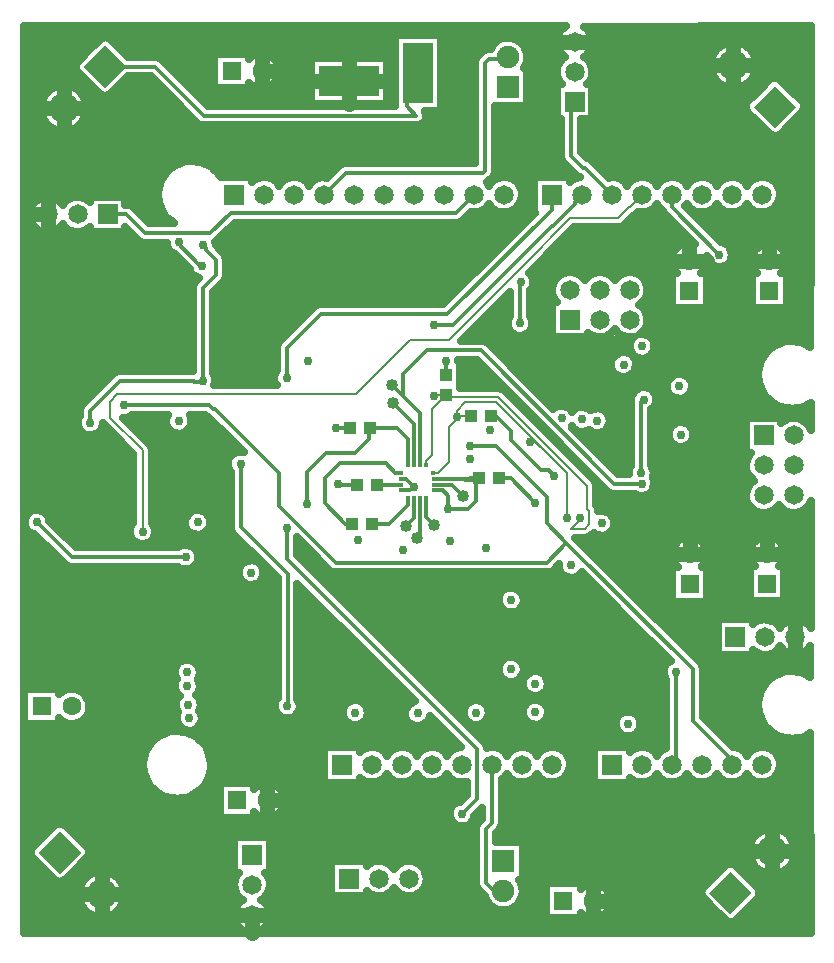
<source format=gbr>
G04 DipTrace 2.2.0.9*
%INBottomAF.gbr*%
%MOIN*%
%ADD14C,0.013*%
%ADD15C,0.0118*%
%ADD16C,0.03*%
%ADD17C,0.008*%
%ADD18C,0.04*%
%ADD19C,0.05*%
%ADD20C,0.1*%
%ADD21C,0.025*%
%ADD22R,0.0433X0.0394*%
%ADD23R,0.0394X0.0433*%
%ADD25R,0.063X0.063*%
%ADD26C,0.063*%
%ADD28R,0.065X0.065*%
%ADD29C,0.065*%
%ADD32R,0.1X0.2*%
%ADD34R,0.2X0.1*%
%ADD36R,0.075X0.075*%
%ADD37C,0.075*%
%ADD54R,0.0177X0.0118*%
%ADD55R,0.0118X0.0177*%
%FSLAX44Y44*%
%SFA1B1*%
%OFA0B0*%
G04*
G70*
G90*
G75*
G01*
%LNBottom*%
%LPD*%
X17988Y19480D2*
D15*
X18141D1*
D14*
X19196D1*
Y19493D1*
X19489D1*
X17144Y19930D2*
D15*
Y20083D1*
D14*
Y20797D1*
X16787Y21155D1*
X15875D1*
X17988Y19086D2*
D15*
X18141D1*
D14*
X18295D1*
X18473Y18908D1*
Y18479D1*
X18468Y18474D1*
X19908Y21579D2*
X20055D1*
X20555Y21079D1*
Y20781D1*
X21582Y19754D1*
X21823D1*
X21999Y19578D1*
X18396Y22937D2*
Y23411D1*
X18403Y23418D1*
X18468Y18474D2*
X19135D1*
X19388Y18728D1*
Y19432D1*
X19037D1*
X19077Y19472D1*
X19510D1*
X19489Y19493D1*
X13755Y18649D2*
Y19689D1*
X14396Y20329D1*
X15383D1*
X15850Y20796D1*
Y21130D1*
X15875Y21155D1*
X6549Y21340D2*
Y21739D1*
X7533Y22724D1*
X10016D1*
Y22706D1*
X10255D1*
X10296Y22748D1*
Y25831D1*
X10727Y26262D1*
Y26785D1*
X10402Y27110D1*
Y27162D1*
X10300Y27263D1*
X15433Y19272D2*
X14813D1*
X14795Y19290D1*
X15206Y21155D2*
X14748D1*
X14740Y21163D1*
X20159Y19493D2*
X20568D1*
X21377Y18685D1*
X9728Y16867D2*
X5927D1*
X4771Y18024D1*
X19940Y9940D2*
Y8010D1*
X19736Y7806D1*
Y5993D1*
X19941Y5788D1*
X20265D1*
X20321Y5732D1*
X20466Y33535D2*
Y33476D1*
X19829D1*
X19699Y33346D1*
Y29727D1*
X19653Y29682D1*
X15082D1*
X14340Y28940D1*
X16891Y19480D2*
D15*
X17045D1*
D14*
X17057D1*
X17328Y19208D1*
X16891Y19086D2*
D15*
X17045D1*
D14*
X17206D1*
X17328Y19208D1*
X21940Y28940D2*
Y28451D1*
X18453Y24964D1*
X14228D1*
X13111Y23847D1*
Y23353D1*
X13097Y23339D1*
Y22849D1*
X13094Y22845D1*
Y17838D2*
Y16796D1*
X19430Y10460D1*
Y8792D1*
X18940Y8302D1*
X19199Y20565D2*
X19209Y20575D1*
X20067D1*
X21768Y18874D1*
Y17991D1*
X22419Y17340D1*
X26634Y13125D1*
Y11396D1*
X28089Y9940D1*
X27940D1*
X7683Y21920D2*
X10515D1*
X10631Y21805D1*
X10699D1*
X12838Y19665D1*
Y18573D1*
X14727Y16684D1*
X21763D1*
X22419Y17340D1*
X8288Y17708D2*
D17*
Y20426D1*
X7206Y21508D1*
Y22044D1*
X7450Y22288D1*
X15402D1*
X17210Y24096D1*
X18499D1*
X20964Y26561D1*
Y26581D1*
X22544Y28162D1*
X24135D1*
X24525Y28552D1*
Y28525D1*
X24940Y28940D1*
X26084Y13038D2*
D14*
Y10084D1*
X25940Y9940D1*
X17538Y19930D2*
D15*
Y20083D1*
D14*
Y21672D1*
X16979Y22231D1*
X16620Y22590D1*
X16979Y22231D2*
Y22977D1*
X17755Y23754D1*
X19558D1*
X24001Y19311D1*
X24925D1*
X25940Y28940D2*
Y28523D1*
X27520Y26943D1*
X23940Y28940D2*
Y28946D1*
X23047Y29839D1*
X22964D1*
X22579Y30225D1*
Y31931D1*
X22692Y32043D1*
X18008Y24592D2*
X18647D1*
X21945Y27890D1*
X21967D1*
X22711Y28634D1*
Y28711D1*
X22940Y28940D1*
X11555Y19966D2*
Y17884D1*
X13122Y16317D1*
Y11917D1*
X13109Y11904D1*
X7124Y28287D2*
X7746D1*
X8369Y27664D1*
X10554D1*
X11227Y28337D1*
X18737D1*
X19340Y28940D1*
X17984Y19676D2*
D17*
X18143D1*
X18491Y20024D1*
Y21194D1*
X18876Y21579D1*
X19239D1*
X18815D1*
X18775Y21540D1*
X22447Y18163D2*
Y19662D1*
X21546Y20562D1*
X20079Y22030D1*
X19046D1*
X18767Y21750D1*
Y21540D1*
X18775D1*
X21193Y20704D2*
X21384D1*
X21546Y20542D1*
Y20562D1*
X17735Y19930D2*
Y20059D1*
X17931Y20255D1*
Y21802D1*
X18396Y22267D1*
X18033D1*
X18010Y22244D1*
X22860Y18159D2*
Y18107D1*
X22566Y17814D1*
X23033D1*
X23174Y17954D1*
Y18409D1*
X23103Y18479D1*
Y19238D1*
X20137Y22205D1*
X18459D1*
X18396Y22267D1*
X7046Y33217D2*
D14*
X8699D1*
X10334Y31582D1*
X17412D1*
X17100Y31894D1*
Y32614D1*
X17482Y32996D1*
X17735Y18833D2*
D15*
Y18679D1*
D14*
Y18195D1*
X18000Y17930D1*
X24915Y19676D2*
Y22040D1*
X24992Y22118D1*
X15272Y17980D2*
X15054D1*
X14369Y18665D1*
Y19505D1*
X14861Y19997D1*
X16396D1*
D15*
X16716Y19676D1*
X16891D1*
Y19283D2*
X16737D1*
D14*
X16112D1*
X16102Y19272D1*
X17988Y19283D2*
D15*
X18141D1*
D14*
X18595D1*
X18966Y18911D1*
X17538Y18833D2*
D15*
Y18679D1*
D14*
Y17582D1*
X17451Y17495D1*
X17341Y18833D2*
D15*
Y18679D1*
D14*
Y18185D1*
X17069Y17913D1*
X17341Y19930D2*
D15*
Y20083D1*
D14*
Y21300D1*
X16638Y22003D1*
X17144Y18833D2*
D15*
Y18679D1*
D14*
Y18602D1*
X16512Y17970D1*
X15951D1*
X15941Y17980D1*
X20871Y24653D2*
Y26012D1*
X20892Y26033D1*
X9501Y27357D2*
X9434D1*
X10205Y26585D1*
X10257D1*
D16*
X17460Y11652D3*
X15383Y11680D3*
X16973Y17092D3*
X21999Y19578D3*
X19408Y11682D3*
X21387Y11696D3*
X9813Y11951D3*
X22447Y18163D3*
X22860Y18159D3*
X9841Y11498D3*
X22937Y21454D3*
X24938Y23893D3*
X20578Y13122D3*
Y15435D3*
X22581Y16591D3*
X15483Y17445D3*
X18540Y17390D3*
X18403Y23418D3*
X17328Y19208D3*
X18468Y18474D3*
X18775Y21540D3*
X18010Y22244D3*
X19199Y20565D3*
X19219Y20141D3*
X21193Y20704D3*
X7683Y21920D3*
X10129Y18024D3*
X14795Y19290D3*
X8288Y17708D3*
X11903Y16344D3*
X14740Y21163D3*
X21377Y18685D3*
X13793Y23408D3*
X13755Y18649D3*
X11555Y19966D3*
X18008Y24592D3*
X9784Y12574D3*
Y13029D3*
X13094Y22845D3*
Y17838D3*
X18940Y8302D3*
X19752Y17170D3*
X23442Y21411D3*
X22258Y21494D3*
X24323Y23284D3*
X4771Y18024D3*
X19880Y21087D3*
X9728Y16867D3*
X24472Y11305D3*
X7925Y9683D3*
X9501Y27357D3*
X10257Y26585D3*
X10300Y27263D3*
X21385Y12645D3*
X10296Y22748D3*
X20754Y7631D3*
X24456Y7704D3*
X27059Y20936D3*
X9492Y21398D3*
X6549Y21340D3*
X24925Y19311D3*
X20892Y26033D3*
X26084Y13038D3*
X24915Y19676D3*
X24992Y22118D3*
X23591Y17990D3*
X27520Y26943D3*
X13109Y11904D3*
X20871Y24653D3*
X26187Y22557D3*
X26234Y20945D3*
X27022Y22622D3*
X23504Y32823D3*
X23496Y31260D3*
X10364Y30850D3*
X13262Y29937D3*
X4350Y34306D2*
D21*
X22138D1*
X23246D2*
X30529D1*
X4350Y34058D2*
X6779D1*
X7313D2*
X16693D1*
X18270D2*
X20071D1*
X20860D2*
X22075D1*
X23305D2*
X30529D1*
X4350Y33809D2*
X6532D1*
X7559D2*
X16693D1*
X18270D2*
X19864D1*
X21071D2*
X22126D1*
X23258D2*
X27423D1*
X28539D2*
X30529D1*
X4350Y33560D2*
X6282D1*
X7809D2*
X10654D1*
X12590D2*
X16693D1*
X18270D2*
X19423D1*
X21129D2*
X22329D1*
X23055D2*
X27251D1*
X28711D2*
X30529D1*
X4350Y33312D2*
X6068D1*
X9094D2*
X10654D1*
X12809D2*
X13880D1*
X16457D2*
X16693D1*
X18270D2*
X19345D1*
X21090D2*
X22142D1*
X23243D2*
X27193D1*
X28770D2*
X30529D1*
X4350Y33063D2*
X6099D1*
X9344D2*
X10654D1*
X12864D2*
X13880D1*
X16457D2*
X16693D1*
X18270D2*
X19345D1*
X21133D2*
X22075D1*
X23305D2*
X27216D1*
X28743D2*
X30529D1*
X4350Y32814D2*
X6341D1*
X7750D2*
X8611D1*
X9594D2*
X10654D1*
X12805D2*
X13880D1*
X16457D2*
X16693D1*
X18270D2*
X19345D1*
X21133D2*
X22122D1*
X23262D2*
X27333D1*
X28625D2*
X29220D1*
X29516D2*
X30529D1*
X4350Y32565D2*
X5427D1*
X5887D2*
X6591D1*
X7500D2*
X8861D1*
X9840D2*
X10654D1*
X12575D2*
X13880D1*
X16457D2*
X16693D1*
X18270D2*
X19345D1*
X21133D2*
X22075D1*
X23305D2*
X27638D1*
X28321D2*
X28954D1*
X29782D2*
X30529D1*
X4350Y32317D2*
X5044D1*
X6270D2*
X6841D1*
X7250D2*
X9107D1*
X10090D2*
X13880D1*
X16457D2*
X16693D1*
X18270D2*
X19345D1*
X21133D2*
X22075D1*
X23305D2*
X28708D1*
X30032D2*
X30529D1*
X4350Y32068D2*
X4907D1*
X6407D2*
X9357D1*
X10340D2*
X13880D1*
X16457D2*
X16693D1*
X18270D2*
X19345D1*
X21133D2*
X22075D1*
X23305D2*
X28458D1*
X30282D2*
X30529D1*
X4350Y31819D2*
X4868D1*
X6446D2*
X9607D1*
X18270D2*
X19345D1*
X20055D2*
X22075D1*
X23305D2*
X28376D1*
X30360D2*
X30531D1*
X4350Y31571D2*
X4911D1*
X6403D2*
X9853D1*
X17766D2*
X19345D1*
X20055D2*
X22075D1*
X23305D2*
X28564D1*
X30172D2*
X30529D1*
X4350Y31322D2*
X5060D1*
X6254D2*
X10107D1*
X17641D2*
X19345D1*
X20055D2*
X22224D1*
X22934D2*
X28814D1*
X29926D2*
X30529D1*
X4350Y31073D2*
X5509D1*
X5805D2*
X19345D1*
X20055D2*
X22224D1*
X22934D2*
X29064D1*
X29676D2*
X30529D1*
X4350Y30825D2*
X19345D1*
X20055D2*
X22224D1*
X22934D2*
X30529D1*
X4350Y30576D2*
X19345D1*
X20055D2*
X22224D1*
X22934D2*
X30529D1*
X4350Y30327D2*
X19345D1*
X20055D2*
X22224D1*
X22969D2*
X30529D1*
X4350Y30079D2*
X19345D1*
X20055D2*
X22259D1*
X23297D2*
X30529D1*
X4350Y29830D2*
X9224D1*
X10657D2*
X14739D1*
X20055D2*
X22482D1*
X23547D2*
X30529D1*
X4350Y29581D2*
X8989D1*
X10891D2*
X14489D1*
X20020D2*
X22736D1*
X23797D2*
X30529D1*
X4350Y29333D2*
X8861D1*
X20805D2*
X21325D1*
X29407D2*
X30529D1*
X4350Y29084D2*
X8798D1*
X20938D2*
X21325D1*
X29536D2*
X30529D1*
X4350Y28835D2*
X4880D1*
X5368D2*
X5880D1*
X6368D2*
X6510D1*
X7739D2*
X8794D1*
X20946D2*
X21325D1*
X29547D2*
X30529D1*
X4350Y28586D2*
X4591D1*
X7911D2*
X8845D1*
X20836D2*
X21325D1*
X29438D2*
X30529D1*
X4350Y28338D2*
X4513D1*
X8188D2*
X8962D1*
X19231D2*
X21337D1*
X24793D2*
X25642D1*
X26618D2*
X30529D1*
X4350Y28089D2*
X4544D1*
X8434D2*
X9177D1*
X18981D2*
X21087D1*
X24520D2*
X25884D1*
X26864D2*
X30529D1*
X4350Y27840D2*
X4712D1*
X5536D2*
X5712D1*
X11223D2*
X20837D1*
X22680D2*
X26130D1*
X27114D2*
X30529D1*
X4350Y27592D2*
X7950D1*
X10973D2*
X20591D1*
X22430D2*
X26380D1*
X27364D2*
X30529D1*
X4350Y27343D2*
X8267D1*
X10731D2*
X20341D1*
X22180D2*
X26630D1*
X27657D2*
X30529D1*
X4350Y27094D2*
X9154D1*
X10907D2*
X20091D1*
X21934D2*
X26021D1*
X27930D2*
X28696D1*
X29664D2*
X30529D1*
X4350Y26846D2*
X9454D1*
X11075D2*
X19845D1*
X21684D2*
X25915D1*
X27950D2*
X28587D1*
X29774D2*
X30529D1*
X4350Y26597D2*
X9700D1*
X11082D2*
X19595D1*
X21434D2*
X25927D1*
X27094D2*
X27267D1*
X27774D2*
X28595D1*
X29766D2*
X30529D1*
X4350Y26348D2*
X9892D1*
X11082D2*
X19345D1*
X21207D2*
X22364D1*
X22696D2*
X23364D1*
X23696D2*
X24364D1*
X24696D2*
X26064D1*
X26954D2*
X28728D1*
X29633D2*
X30529D1*
X4350Y26100D2*
X10071D1*
X11039D2*
X19099D1*
X21325D2*
X22013D1*
X25047D2*
X25904D1*
X27114D2*
X28575D1*
X29786D2*
X30529D1*
X4350Y25851D2*
X9943D1*
X10809D2*
X18849D1*
X21289D2*
X21919D1*
X25141D2*
X25904D1*
X27114D2*
X28575D1*
X29786D2*
X30529D1*
X4350Y25602D2*
X9943D1*
X10653D2*
X18599D1*
X21227D2*
X21943D1*
X25121D2*
X25904D1*
X27114D2*
X28575D1*
X29786D2*
X30529D1*
X4350Y25354D2*
X9943D1*
X10653D2*
X18353D1*
X20211D2*
X20517D1*
X21227D2*
X21915D1*
X24969D2*
X25904D1*
X27114D2*
X28575D1*
X29786D2*
X30529D1*
X4350Y25105D2*
X9943D1*
X10653D2*
X13876D1*
X19965D2*
X20517D1*
X21227D2*
X21915D1*
X25047D2*
X30529D1*
X4350Y24856D2*
X9943D1*
X10653D2*
X13630D1*
X19715D2*
X20486D1*
X21258D2*
X21915D1*
X25141D2*
X30529D1*
X4350Y24607D2*
X9943D1*
X10653D2*
X13380D1*
X19465D2*
X20435D1*
X21309D2*
X21915D1*
X25121D2*
X30529D1*
X4350Y24359D2*
X9943D1*
X10653D2*
X13130D1*
X19219D2*
X20552D1*
X21188D2*
X21915D1*
X24973D2*
X30529D1*
X4350Y24110D2*
X9943D1*
X10653D2*
X12884D1*
X18969D2*
X24560D1*
X25317D2*
X30529D1*
X4350Y23861D2*
X9943D1*
X10653D2*
X12755D1*
X19942D2*
X24501D1*
X25375D2*
X29267D1*
X4350Y23613D2*
X9943D1*
X10653D2*
X12755D1*
X20192D2*
X24044D1*
X25270D2*
X29013D1*
X4350Y23364D2*
X9943D1*
X10653D2*
X12743D1*
X18883D2*
X19458D1*
X20438D2*
X23892D1*
X24754D2*
X28872D1*
X4350Y23115D2*
X9943D1*
X10653D2*
X12743D1*
X18883D2*
X19704D1*
X20688D2*
X23919D1*
X24727D2*
X28802D1*
X4350Y22867D2*
X7185D1*
X10719D2*
X12654D1*
X18883D2*
X19954D1*
X20938D2*
X25888D1*
X26489D2*
X28790D1*
X4350Y22618D2*
X6935D1*
X10715D2*
X12724D1*
X18883D2*
X20204D1*
X21184D2*
X25751D1*
X26621D2*
X28837D1*
X4350Y22369D2*
X6689D1*
X21434D2*
X24638D1*
X25348D2*
X25794D1*
X26582D2*
X28943D1*
X4350Y22121D2*
X6439D1*
X21684D2*
X24552D1*
X25430D2*
X29142D1*
X4350Y21872D2*
X6220D1*
X21930D2*
X22064D1*
X22454D2*
X24560D1*
X25352D2*
X29560D1*
X30321D2*
X30529D1*
X4350Y21623D2*
X6193D1*
X23825D2*
X24560D1*
X25270D2*
X30529D1*
X4350Y21375D2*
X6111D1*
X7797D2*
X9052D1*
X9930D2*
X10638D1*
X23879D2*
X24560D1*
X25270D2*
X28380D1*
X30395D2*
X30528D1*
X4350Y21126D2*
X6169D1*
X6930D2*
X7130D1*
X8043D2*
X9154D1*
X9829D2*
X10888D1*
X23770D2*
X24560D1*
X25270D2*
X25837D1*
X26633D2*
X28380D1*
X4350Y20877D2*
X7380D1*
X8293D2*
X11134D1*
X22926D2*
X24560D1*
X25270D2*
X25798D1*
X26668D2*
X28380D1*
X4350Y20628D2*
X7630D1*
X8539D2*
X11384D1*
X23176D2*
X24560D1*
X25270D2*
X25943D1*
X26528D2*
X28380D1*
X4350Y20380D2*
X7876D1*
X8618D2*
X11501D1*
X23422D2*
X24560D1*
X25270D2*
X28380D1*
X4350Y20131D2*
X7958D1*
X8618D2*
X11150D1*
X23672D2*
X24560D1*
X25270D2*
X28419D1*
X4350Y19882D2*
X7958D1*
X8618D2*
X11122D1*
X23922D2*
X24529D1*
X25297D2*
X28380D1*
X4350Y19634D2*
X7958D1*
X8618D2*
X11200D1*
X25352D2*
X28454D1*
X4350Y19385D2*
X7958D1*
X8618D2*
X11200D1*
X25360D2*
X28607D1*
X4350Y19136D2*
X7958D1*
X8618D2*
X11200D1*
X23434D2*
X23685D1*
X25325D2*
X28423D1*
X4350Y18888D2*
X7958D1*
X8618D2*
X11200D1*
X23434D2*
X28380D1*
X4350Y18639D2*
X7958D1*
X8618D2*
X11200D1*
X23434D2*
X28450D1*
X4350Y18390D2*
X4552D1*
X4989D2*
X7958D1*
X8618D2*
X9907D1*
X10348D2*
X11200D1*
X23727D2*
X28712D1*
X29278D2*
X29712D1*
X30278D2*
X30529D1*
X5192Y18142D2*
X7958D1*
X8618D2*
X9708D1*
X10551D2*
X11200D1*
X24004D2*
X30529D1*
X5395Y17893D2*
X7892D1*
X8684D2*
X9712D1*
X10547D2*
X11200D1*
X24020D2*
X30529D1*
X4350Y17644D2*
X4579D1*
X5641D2*
X7853D1*
X8723D2*
X9939D1*
X10321D2*
X11302D1*
X23844D2*
X30529D1*
X4350Y17396D2*
X4907D1*
X5891D2*
X7989D1*
X8586D2*
X11552D1*
X22856D2*
X26114D1*
X26930D2*
X28681D1*
X29524D2*
X30529D1*
X4350Y17147D2*
X5157D1*
X10059D2*
X11802D1*
X13450D2*
X13775D1*
X23102D2*
X25946D1*
X27094D2*
X28525D1*
X29680D2*
X30529D1*
X4350Y16898D2*
X5404D1*
X10168D2*
X12048D1*
X13485D2*
X14021D1*
X23352D2*
X25919D1*
X27121D2*
X28505D1*
X29704D2*
X30529D1*
X4350Y16649D2*
X5654D1*
X10106D2*
X11599D1*
X13731D2*
X14271D1*
X23602D2*
X26009D1*
X27036D2*
X28595D1*
X29610D2*
X30529D1*
X4350Y16401D2*
X11466D1*
X12340D2*
X12548D1*
X13981D2*
X14532D1*
X21957D2*
X22189D1*
X23848D2*
X25915D1*
X27125D2*
X28497D1*
X29707D2*
X30529D1*
X4350Y16152D2*
X11509D1*
X12297D2*
X12767D1*
X14231D2*
X23114D1*
X24098D2*
X25915D1*
X27125D2*
X28497D1*
X29707D2*
X30529D1*
X4350Y15903D2*
X12767D1*
X14477D2*
X23364D1*
X24348D2*
X25915D1*
X27125D2*
X28497D1*
X29707D2*
X30529D1*
X4350Y15655D2*
X12767D1*
X13477D2*
X13743D1*
X14727D2*
X20200D1*
X20954D2*
X23611D1*
X24594D2*
X25915D1*
X27125D2*
X28497D1*
X29707D2*
X30529D1*
X4350Y15406D2*
X12767D1*
X13477D2*
X13993D1*
X14977D2*
X20138D1*
X21016D2*
X23861D1*
X24844D2*
X25915D1*
X27125D2*
X28497D1*
X29707D2*
X30529D1*
X4350Y15157D2*
X12767D1*
X13477D2*
X14243D1*
X15223D2*
X20243D1*
X20911D2*
X24111D1*
X25094D2*
X30529D1*
X4350Y14909D2*
X12767D1*
X13477D2*
X14489D1*
X15473D2*
X24357D1*
X25340D2*
X30529D1*
X4350Y14660D2*
X12767D1*
X13477D2*
X14739D1*
X15723D2*
X24607D1*
X25590D2*
X27435D1*
X29446D2*
X29657D1*
X4350Y14411D2*
X12767D1*
X13477D2*
X14989D1*
X15969D2*
X24857D1*
X25840D2*
X27435D1*
X4350Y14163D2*
X12767D1*
X13477D2*
X15236D1*
X16219D2*
X25103D1*
X26086D2*
X27435D1*
X4350Y13914D2*
X12767D1*
X13477D2*
X15486D1*
X16469D2*
X25353D1*
X26336D2*
X27435D1*
X4350Y13665D2*
X12767D1*
X13477D2*
X15736D1*
X16715D2*
X25603D1*
X26586D2*
X27435D1*
X29325D2*
X29779D1*
X30325D2*
X30529D1*
X4350Y13417D2*
X9611D1*
X9957D2*
X12767D1*
X13477D2*
X15982D1*
X16965D2*
X20263D1*
X20895D2*
X25849D1*
X26832D2*
X30529D1*
X4350Y13168D2*
X9368D1*
X10200D2*
X12767D1*
X13477D2*
X16232D1*
X17215D2*
X20142D1*
X21016D2*
X25665D1*
X26985D2*
X30529D1*
X4350Y12919D2*
X9361D1*
X10207D2*
X12767D1*
X13477D2*
X16482D1*
X17461D2*
X20193D1*
X21723D2*
X25661D1*
X26989D2*
X29361D1*
X4350Y12670D2*
X9357D1*
X10211D2*
X12767D1*
X13477D2*
X16728D1*
X17711D2*
X20946D1*
X21825D2*
X25728D1*
X26989D2*
X29060D1*
X5536Y12422D2*
X5677D1*
X6188D2*
X9372D1*
X10196D2*
X12767D1*
X13477D2*
X16978D1*
X17961D2*
X21009D1*
X21758D2*
X25728D1*
X26989D2*
X28896D1*
X6461Y12173D2*
X9439D1*
X10188D2*
X12767D1*
X13477D2*
X17228D1*
X18207D2*
X25728D1*
X26989D2*
X28814D1*
X6536Y11924D2*
X9372D1*
X10250D2*
X12669D1*
X13547D2*
X15021D1*
X15743D2*
X17122D1*
X18457D2*
X19048D1*
X19770D2*
X21017D1*
X21758D2*
X25728D1*
X26989D2*
X28790D1*
X6496Y11676D2*
X9443D1*
X10243D2*
X12739D1*
X13481D2*
X14943D1*
X15821D2*
X17021D1*
X18707D2*
X18970D1*
X19848D2*
X20946D1*
X21825D2*
X24259D1*
X24684D2*
X25728D1*
X26989D2*
X28821D1*
X6305Y11427D2*
X9407D1*
X10274D2*
X15029D1*
X15735D2*
X17087D1*
X17832D2*
X17974D1*
X19762D2*
X21048D1*
X21727D2*
X24052D1*
X24895D2*
X25728D1*
X27094D2*
X28911D1*
X4350Y11178D2*
X9552D1*
X10129D2*
X18220D1*
X19204D2*
X24052D1*
X24891D2*
X25728D1*
X27344D2*
X29087D1*
X4350Y10930D2*
X8876D1*
X10004D2*
X18470D1*
X19454D2*
X24271D1*
X24672D2*
X25728D1*
X27590D2*
X29419D1*
X4350Y10681D2*
X8568D1*
X10313D2*
X18716D1*
X19700D2*
X25728D1*
X27840D2*
X30529D1*
X4350Y10432D2*
X8404D1*
X10477D2*
X14325D1*
X16289D2*
X16591D1*
X17289D2*
X17591D1*
X18289D2*
X18591D1*
X20289D2*
X20591D1*
X21289D2*
X21591D1*
X22289D2*
X23325D1*
X25289D2*
X25591D1*
X28289D2*
X28591D1*
X29289D2*
X30529D1*
X4350Y10184D2*
X8314D1*
X10563D2*
X14325D1*
X22500D2*
X23325D1*
X29500D2*
X30529D1*
X4350Y9935D2*
X8290D1*
X10590D2*
X14325D1*
X22555D2*
X23325D1*
X29555D2*
X30529D1*
X4350Y9686D2*
X8318D1*
X10563D2*
X14325D1*
X22496D2*
X23325D1*
X29496D2*
X30529D1*
X4350Y9438D2*
X8407D1*
X10473D2*
X14325D1*
X16274D2*
X16607D1*
X17274D2*
X17607D1*
X18274D2*
X18607D1*
X20293D2*
X20607D1*
X21274D2*
X21607D1*
X22274D2*
X23325D1*
X25274D2*
X25607D1*
X26274D2*
X26607D1*
X27274D2*
X27607D1*
X28274D2*
X28607D1*
X29274D2*
X30529D1*
X4350Y9189D2*
X8575D1*
X10305D2*
X10833D1*
X12844D2*
X19075D1*
X20293D2*
X30529D1*
X4350Y8940D2*
X8896D1*
X9985D2*
X10833D1*
X13012D2*
X19075D1*
X20293D2*
X30529D1*
X4350Y8691D2*
X10833D1*
X13039D2*
X18771D1*
X20293D2*
X30529D1*
X4350Y8443D2*
X10833D1*
X12954D2*
X18525D1*
X20293D2*
X30529D1*
X4350Y8194D2*
X10833D1*
X12043D2*
X12259D1*
X12621D2*
X18517D1*
X19368D2*
X19583D1*
X20293D2*
X30529D1*
X4350Y7945D2*
X5368D1*
X5700D2*
X18704D1*
X19176D2*
X19411D1*
X20289D2*
X30529D1*
X4350Y7697D2*
X5111D1*
X5957D2*
X19380D1*
X20118D2*
X28821D1*
X29723D2*
X30529D1*
X4350Y7448D2*
X4864D1*
X6207D2*
X11325D1*
X12555D2*
X19380D1*
X20090D2*
X28587D1*
X29957D2*
X30529D1*
X4350Y7199D2*
X4614D1*
X6457D2*
X11325D1*
X12555D2*
X19380D1*
X20985D2*
X28493D1*
X30051D2*
X30529D1*
X4350Y6951D2*
X4544D1*
X6524D2*
X11325D1*
X12555D2*
X19380D1*
X20985D2*
X28489D1*
X30055D2*
X30529D1*
X4350Y6702D2*
X4739D1*
X6329D2*
X11325D1*
X12555D2*
X14552D1*
X15782D2*
X15935D1*
X16395D2*
X16935D1*
X17395D2*
X19380D1*
X20985D2*
X28571D1*
X29973D2*
X30529D1*
X4350Y6453D2*
X4989D1*
X6082D2*
X11325D1*
X12555D2*
X14552D1*
X17696D2*
X19380D1*
X20985D2*
X27556D1*
X28211D2*
X28782D1*
X29762D2*
X30529D1*
X4350Y6205D2*
X5239D1*
X5832D2*
X6400D1*
X7450D2*
X11388D1*
X12493D2*
X14552D1*
X17778D2*
X19380D1*
X20985D2*
X27310D1*
X28457D2*
X30529D1*
X4350Y5956D2*
X6208D1*
X7637D2*
X11325D1*
X12555D2*
X14552D1*
X17746D2*
X19384D1*
X20946D2*
X21704D1*
X22914D2*
X23087D1*
X23532D2*
X27060D1*
X28707D2*
X30529D1*
X4350Y5707D2*
X6138D1*
X7711D2*
X11372D1*
X12508D2*
X14552D1*
X16582D2*
X16747D1*
X17582D2*
X19529D1*
X20985D2*
X21704D1*
X23832D2*
X26888D1*
X28879D2*
X30529D1*
X4350Y5459D2*
X6154D1*
X7696D2*
X11575D1*
X12305D2*
X19716D1*
X20922D2*
X21704D1*
X23911D2*
X26989D1*
X28774D2*
X30529D1*
X4350Y5210D2*
X6255D1*
X7590D2*
X11392D1*
X12489D2*
X19927D1*
X20715D2*
X21704D1*
X23879D2*
X27239D1*
X28528D2*
X30529D1*
X4350Y4961D2*
X6521D1*
X7329D2*
X11325D1*
X12555D2*
X21704D1*
X23700D2*
X27489D1*
X28278D2*
X30529D1*
X4350Y4712D2*
X11372D1*
X12508D2*
X27782D1*
X27985D2*
X30529D1*
X4350Y4464D2*
X11568D1*
X12313D2*
X30529D1*
X21854Y5991D2*
X22889D1*
Y5808D1*
X22954Y5869D1*
X23060Y5935D1*
X23178Y5976D1*
X23301Y5991D1*
X23426Y5979D1*
X23544Y5941D1*
X23652Y5879D1*
X23745Y5795D1*
X23816Y5693D1*
X23865Y5578D1*
X23888Y5455D1*
X23885Y5336D1*
X23855Y5215D1*
X23801Y5103D1*
X23723Y5005D1*
X23627Y4926D1*
X23516Y4869D1*
X23395Y4838D1*
X23270Y4833D1*
X23148Y4854D1*
X23032Y4902D1*
X22930Y4973D1*
X22890Y5011D1*
X22889Y4831D1*
X21729D1*
Y5991D1*
X21854D1*
X10983Y9332D2*
X12018D1*
Y9149D1*
X12083Y9211D1*
X12189Y9276D1*
X12306Y9317D1*
X12430Y9332D1*
X12555Y9321D1*
X12673Y9283D1*
X12781Y9220D1*
X12873Y9136D1*
X12945Y9034D1*
X12994Y8919D1*
X13017Y8796D1*
X13013Y8678D1*
X12984Y8556D1*
X12930Y8444D1*
X12852Y8346D1*
X12756Y8267D1*
X12645Y8210D1*
X12524Y8179D1*
X12399Y8174D1*
X12276Y8196D1*
X12161Y8243D1*
X12059Y8314D1*
X12019Y8352D1*
X12018Y8173D1*
X10858D1*
Y9332D1*
X10983D1*
X28725Y26319D2*
X28784D1*
X28716Y26392D1*
X28652Y26500D1*
X28613Y26618D1*
X28600Y26742D1*
X28614Y26866D1*
X28655Y26984D1*
X28719Y27091D1*
X28805Y27181D1*
X28908Y27251D1*
X29024Y27298D1*
X29147Y27318D1*
X29272Y27312D1*
X29392Y27279D1*
X29503Y27221D1*
X29598Y27141D1*
X29675Y27042D1*
X29728Y26930D1*
X29756Y26808D1*
X29758Y26689D1*
X29734Y26567D1*
X29684Y26452D1*
X29611Y26351D1*
X29580Y26319D1*
X29760D1*
Y25159D1*
X28600D1*
Y26319D1*
X28725D1*
X10805Y33647D2*
X11840D1*
Y33463D1*
X11904Y33525D1*
X12010Y33591D1*
X12128Y33632D1*
X12252Y33647D1*
X12376Y33635D1*
X12495Y33597D1*
X12603Y33535D1*
X12695Y33451D1*
X12767Y33349D1*
X12815Y33234D1*
X12838Y33111D1*
X12835Y32992D1*
X12805Y32871D1*
X12751Y32759D1*
X12674Y32661D1*
X12577Y32582D1*
X12466Y32525D1*
X12345Y32493D1*
X12221Y32488D1*
X12098Y32510D1*
X11982Y32558D1*
X11880Y32629D1*
X11840Y32667D1*
Y32487D1*
X10680D1*
Y33647D1*
X10805D1*
X4477Y12470D2*
X5512D1*
Y12286D1*
X5596Y12363D1*
X5705Y12424D1*
X5824Y12460D1*
X5949Y12470D1*
X6072Y12453D1*
X6189Y12410D1*
X6295Y12343D1*
X6383Y12255D1*
X6450Y12150D1*
X6494Y12033D1*
X6512Y11890D1*
X6498Y11766D1*
X6459Y11648D1*
X6395Y11541D1*
X6309Y11450D1*
X6206Y11379D1*
X6091Y11332D1*
X5968Y11311D1*
X5843Y11317D1*
X5723Y11349D1*
X5612Y11406D1*
X5513Y11489D1*
X5512Y11310D1*
X4352D1*
Y12470D1*
X4477D1*
X28649Y16552D2*
X28707D1*
X28639Y16625D1*
X28576Y16732D1*
X28536Y16851D1*
X28524Y16975D1*
X28538Y17099D1*
X28578Y17217D1*
X28643Y17324D1*
X28728Y17414D1*
X28832Y17484D1*
X28948Y17531D1*
X29071Y17551D1*
X29195Y17545D1*
X29316Y17512D1*
X29426Y17454D1*
X29522Y17374D1*
X29598Y17275D1*
X29651Y17163D1*
X29680Y17041D1*
X29681Y16922D1*
X29657Y16800D1*
X29608Y16685D1*
X29535Y16584D1*
X29504Y16552D1*
X29684D1*
Y15392D1*
X28524D1*
Y16552D1*
X28649D1*
X26055Y26328D2*
X26114D1*
X26045Y26401D1*
X25982Y26508D1*
X25943Y26627D1*
X25930Y26751D1*
X25944Y26875D1*
X25984Y26993D1*
X26049Y27100D1*
X26135Y27190D1*
X26238Y27260D1*
X26354Y27306D1*
X26477Y27327D1*
X26602Y27321D1*
X26701Y27295D1*
X25707Y28289D1*
X25636Y28396D1*
X25648Y28371D1*
X25453Y28607D1*
X25440Y28631D1*
X25415Y28590D1*
X25331Y28498D1*
X25229Y28426D1*
X25114Y28376D1*
X24992Y28352D1*
X24867Y28355D1*
X24802Y28370D1*
X24689Y28268D1*
X24652Y28248D1*
X24351Y27946D1*
X24243Y27878D1*
X24135Y27857D1*
X22670D1*
X21230Y26411D1*
X21171Y26337D1*
X21244Y26254D1*
X21293Y26140D1*
X21307Y26033D1*
X21288Y25910D1*
X21234Y25798D1*
X21199Y25761D1*
X21201Y24906D1*
X21272Y24759D1*
X21286Y24653D1*
X21267Y24530D1*
X21213Y24417D1*
X21127Y24327D1*
X21019Y24265D1*
X20897Y24239D1*
X20773Y24249D1*
X20658Y24296D1*
X20562Y24375D1*
X20494Y24479D1*
X20459Y24599D1*
X20462Y24724D1*
X20501Y24842D1*
X20540Y24895D1*
X20541Y25703D1*
X18917Y24083D1*
X19558Y24084D1*
X19681Y24060D1*
X19792Y23987D1*
X21977Y21802D1*
X22061Y21859D1*
X22178Y21901D1*
X22302Y21906D1*
X22423Y21874D1*
X22528Y21808D1*
X22611Y21711D1*
X22641Y21744D1*
X22740Y21819D1*
X22857Y21861D1*
X22982Y21867D1*
X23102Y21835D1*
X23215Y21760D1*
X23362Y21818D1*
X23486Y21824D1*
X23607Y21792D1*
X23712Y21726D1*
X23794Y21631D1*
X23843Y21517D1*
X23857Y21411D1*
X23838Y21288D1*
X23784Y21176D1*
X23699Y21085D1*
X23591Y21023D1*
X23469Y20997D1*
X23345Y21007D1*
X23230Y21054D1*
X23166Y21106D1*
X23086Y21067D1*
X22964Y21040D1*
X22840Y21051D1*
X22725Y21098D1*
X22629Y21177D1*
X22588Y21239D1*
X22620Y21159D1*
X24137Y19642D1*
X24497Y19641D1*
X24506Y19746D1*
X24545Y19865D1*
X24584Y19918D1*
X24585Y22037D1*
X24583Y22188D1*
X24622Y22307D1*
X24695Y22408D1*
X24794Y22483D1*
X24912Y22525D1*
X25036Y22530D1*
X25157Y22498D1*
X25262Y22432D1*
X25343Y22338D1*
X25393Y22224D1*
X25407Y22118D1*
X25388Y21994D1*
X25334Y21882D1*
X25245Y21790D1*
Y19927D1*
X25316Y19782D1*
X25330Y19676D1*
X25311Y19552D1*
X25289Y19507D1*
X25326Y19417D1*
X25340Y19311D1*
X25321Y19188D1*
X25267Y19076D1*
X25182Y18985D1*
X25073Y18923D1*
X24952Y18897D1*
X24828Y18908D1*
X24712Y18955D1*
X24679Y18982D1*
X24001Y18981D1*
X23879Y19004D1*
X23768Y19078D1*
X19423Y23422D1*
X18820Y23424D1*
X18817Y23414D1*
X18858Y23418D1*
Y22508D1*
X20137Y22510D1*
X20262Y22482D1*
X20353Y22420D1*
X23319Y19454D1*
X23388Y19346D1*
X23408Y19238D1*
X23410Y18602D1*
X23467Y18491D1*
X23479Y18390D1*
X23636Y18403D1*
X23756Y18371D1*
X23862Y18305D1*
X23943Y18211D1*
X23992Y18097D1*
X24006Y17990D1*
X23988Y17867D1*
X23933Y17755D1*
X23848Y17664D1*
X23740Y17603D1*
X23618Y17576D1*
X23494Y17587D1*
X23379Y17634D1*
X23328Y17676D1*
X23249Y17598D1*
X23141Y17529D1*
X23033Y17509D1*
X22717D1*
X26867Y13358D1*
X26937Y13255D1*
X26964Y13125D1*
Y11535D1*
X27969Y10527D1*
X28034Y10522D1*
X28155Y10490D1*
X28265Y10432D1*
X28362Y10353D1*
X28441Y10251D1*
X28478Y10307D1*
X28566Y10396D1*
X28670Y10465D1*
X28786Y10510D1*
X28910Y10529D1*
X29034Y10522D1*
X29155Y10490D1*
X29265Y10432D1*
X29362Y10353D1*
X29439Y10255D1*
X29494Y10143D1*
X29524Y10022D1*
X29530Y9940D1*
X29517Y9816D1*
X29478Y9697D1*
X29415Y9590D1*
X29331Y9498D1*
X29229Y9426D1*
X29114Y9376D1*
X28992Y9352D1*
X28867Y9355D1*
X28745Y9383D1*
X28633Y9436D1*
X28534Y9512D1*
X28440Y9631D1*
X28415Y9590D1*
X28331Y9498D1*
X28229Y9426D1*
X28114Y9376D1*
X27992Y9352D1*
X27867Y9355D1*
X27745Y9383D1*
X27633Y9436D1*
X27534Y9512D1*
X27440Y9631D1*
X27415Y9590D1*
X27331Y9498D1*
X27229Y9426D1*
X27114Y9376D1*
X26992Y9352D1*
X26867Y9355D1*
X26745Y9383D1*
X26633Y9436D1*
X26534Y9512D1*
X26440Y9631D1*
X26415Y9590D1*
X26331Y9498D1*
X26229Y9426D1*
X26114Y9376D1*
X25992Y9352D1*
X25867Y9355D1*
X25745Y9383D1*
X25633Y9436D1*
X25534Y9512D1*
X25440Y9631D1*
X25415Y9590D1*
X25331Y9498D1*
X25229Y9426D1*
X25114Y9376D1*
X24992Y9352D1*
X24867Y9355D1*
X24745Y9383D1*
X24633Y9436D1*
X24531Y9515D1*
X24530Y9350D1*
X23350D1*
Y10530D1*
X24530D1*
Y10362D1*
X24566Y10396D1*
X24670Y10465D1*
X24786Y10510D1*
X24910Y10529D1*
X25034Y10522D1*
X25155Y10490D1*
X25265Y10432D1*
X25362Y10353D1*
X25441Y10251D1*
X25478Y10307D1*
X25566Y10396D1*
X25670Y10465D1*
X25754Y10497D1*
Y12783D1*
X25707Y12865D1*
X25672Y12984D1*
X25675Y13109D1*
X25714Y13227D1*
X25787Y13328D1*
X25890Y13404D1*
X24809Y14482D1*
X22928Y16363D1*
X22838Y16265D1*
X22729Y16203D1*
X22608Y16177D1*
X22484Y16187D1*
X22368Y16234D1*
X22272Y16313D1*
X22204Y16418D1*
X22169Y16537D1*
X22171Y16627D1*
X21996Y16451D1*
X21893Y16381D1*
X21763Y16354D1*
X14727D1*
X14605Y16377D1*
X14494Y16451D1*
X13425Y17519D1*
X13424Y16936D1*
X15626Y14732D1*
X19663Y10694D1*
X19734Y10587D1*
X19786Y10510D1*
X19910Y10529D1*
X20034Y10522D1*
X20155Y10490D1*
X20265Y10432D1*
X20362Y10353D1*
X20441Y10251D1*
X20478Y10307D1*
X20566Y10396D1*
X20670Y10465D1*
X20786Y10510D1*
X20910Y10529D1*
X21034Y10522D1*
X21155Y10490D1*
X21265Y10432D1*
X21362Y10353D1*
X21441Y10251D1*
X21478Y10307D1*
X21566Y10396D1*
X21670Y10465D1*
X21786Y10510D1*
X21910Y10529D1*
X22034Y10522D1*
X22155Y10490D1*
X22265Y10432D1*
X22362Y10353D1*
X22439Y10255D1*
X22494Y10143D1*
X22524Y10022D1*
X22530Y9940D1*
X22517Y9816D1*
X22478Y9697D1*
X22415Y9590D1*
X22331Y9498D1*
X22229Y9426D1*
X22114Y9376D1*
X21992Y9352D1*
X21867Y9355D1*
X21745Y9383D1*
X21633Y9436D1*
X21534Y9512D1*
X21440Y9631D1*
X21415Y9590D1*
X21331Y9498D1*
X21229Y9426D1*
X21114Y9376D1*
X20992Y9352D1*
X20867Y9355D1*
X20745Y9383D1*
X20633Y9436D1*
X20534Y9512D1*
X20440Y9631D1*
X20415Y9590D1*
X20331Y9498D1*
X20270Y9455D1*
Y8010D1*
X20247Y7888D1*
X20173Y7777D1*
X20066Y7669D1*
Y7372D1*
X20961D1*
Y6092D1*
X20847D1*
X20904Y5995D1*
X20944Y5877D1*
X20961Y5732D1*
X20948Y5608D1*
X20912Y5488D1*
X20854Y5378D1*
X20775Y5281D1*
X20679Y5202D1*
X20569Y5142D1*
X20450Y5105D1*
X20326Y5092D1*
X20202Y5103D1*
X20082Y5138D1*
X19971Y5196D1*
X19874Y5274D1*
X19793Y5369D1*
X19733Y5478D1*
X19708Y5556D1*
X19502Y5760D1*
X19432Y5862D1*
X19406Y5993D1*
Y7806D1*
X19429Y7928D1*
X19502Y8039D1*
X19610Y8147D1*
Y8506D1*
X19351Y8246D1*
X19337Y8179D1*
X19282Y8067D1*
X19197Y7976D1*
X19089Y7914D1*
X18967Y7888D1*
X18843Y7899D1*
X18728Y7946D1*
X18632Y8025D1*
X18563Y8129D1*
X18529Y8248D1*
X18532Y8373D1*
X18571Y8491D1*
X18644Y8592D1*
X18743Y8667D1*
X18880Y8710D1*
X19102Y8930D1*
X19100Y9374D1*
X18992Y9352D1*
X18867Y9355D1*
X18745Y9383D1*
X18633Y9436D1*
X18534Y9512D1*
X18440Y9631D1*
X18415Y9590D1*
X18331Y9498D1*
X18229Y9426D1*
X18114Y9376D1*
X17992Y9352D1*
X17867Y9355D1*
X17745Y9383D1*
X17633Y9436D1*
X17534Y9512D1*
X17440Y9631D1*
X17415Y9590D1*
X17331Y9498D1*
X17229Y9426D1*
X17114Y9376D1*
X16992Y9352D1*
X16867Y9355D1*
X16745Y9383D1*
X16633Y9436D1*
X16534Y9512D1*
X16440Y9631D1*
X16415Y9590D1*
X16331Y9498D1*
X16229Y9426D1*
X16114Y9376D1*
X15992Y9352D1*
X15867Y9355D1*
X15745Y9383D1*
X15633Y9436D1*
X15531Y9515D1*
X15530Y9350D1*
X14350D1*
Y10530D1*
X15530D1*
Y10362D1*
X15566Y10396D1*
X15670Y10465D1*
X15786Y10510D1*
X15910Y10529D1*
X16034Y10522D1*
X16155Y10490D1*
X16265Y10432D1*
X16362Y10353D1*
X16441Y10251D1*
X16478Y10307D1*
X16566Y10396D1*
X16670Y10465D1*
X16786Y10510D1*
X16910Y10529D1*
X17034Y10522D1*
X17155Y10490D1*
X17265Y10432D1*
X17362Y10353D1*
X17441Y10251D1*
X17478Y10307D1*
X17566Y10396D1*
X17670Y10465D1*
X17786Y10510D1*
X17910Y10529D1*
X18034Y10522D1*
X18155Y10490D1*
X18265Y10432D1*
X18362Y10353D1*
X18441Y10251D1*
X18478Y10307D1*
X18566Y10396D1*
X18670Y10465D1*
X18786Y10510D1*
X18898Y10527D1*
X17863Y11561D1*
X17856Y11529D1*
X17802Y11417D1*
X17717Y11326D1*
X17609Y11264D1*
X17487Y11238D1*
X17363Y11248D1*
X17248Y11295D1*
X17151Y11375D1*
X17083Y11479D1*
X17049Y11598D1*
X17051Y11723D1*
X17091Y11841D1*
X17163Y11942D1*
X17263Y12017D1*
X17369Y12055D1*
X13454Y15970D1*
X13452Y15067D1*
Y12141D1*
X13511Y12011D1*
X13524Y11904D1*
X13506Y11781D1*
X13451Y11669D1*
X13366Y11578D1*
X13258Y11517D1*
X13136Y11490D1*
X13012Y11501D1*
X12897Y11548D1*
X12801Y11627D1*
X12732Y11731D1*
X12698Y11851D1*
X12701Y11975D1*
X12740Y12093D1*
X12792Y12166D1*
Y16178D1*
X11321Y17651D1*
X11252Y17754D1*
X11225Y17884D1*
Y19716D1*
X11178Y19793D1*
X11143Y19912D1*
X11146Y20037D1*
X11185Y20155D1*
X11258Y20256D1*
X11357Y20331D1*
X11475Y20373D1*
X11599Y20379D1*
X11678Y20358D1*
X10553Y21484D1*
X10458Y21524D1*
X10397Y21571D1*
X10376Y21593D1*
X9862Y21590D1*
X9893Y21504D1*
X9907Y21398D1*
X9888Y21275D1*
X9834Y21163D1*
X9749Y21072D1*
X9640Y21011D1*
X9519Y20984D1*
X9395Y20995D1*
X9279Y21042D1*
X9183Y21121D1*
X9115Y21225D1*
X9080Y21344D1*
X9083Y21469D1*
X9125Y21590D1*
X7933D1*
X7832Y21533D1*
X7710Y21506D1*
X7629Y21513D1*
X8504Y20642D1*
X8572Y20534D1*
X8593Y20426D1*
Y17992D1*
X8640Y17929D1*
X8689Y17815D1*
X8703Y17708D1*
X8684Y17585D1*
X8630Y17473D1*
X8545Y17382D1*
X8436Y17321D1*
X8315Y17294D1*
X8191Y17305D1*
X8075Y17352D1*
X7979Y17431D1*
X7911Y17535D1*
X7876Y17655D1*
X7879Y17779D1*
X7918Y17897D1*
X7984Y17989D1*
X7983Y20298D1*
X6968Y21319D1*
X6945Y21217D1*
X6891Y21105D1*
X6806Y21014D1*
X6697Y20952D1*
X6576Y20926D1*
X6452Y20936D1*
X6336Y20983D1*
X6240Y21062D1*
X6172Y21166D1*
X6137Y21286D1*
X6140Y21411D1*
X6179Y21529D1*
X6218Y21582D1*
X6219Y21739D1*
X6242Y21861D1*
X6315Y21972D1*
X7300Y22957D1*
X7403Y23027D1*
X7533Y23054D1*
X9965D1*
X9966Y25831D1*
X9990Y25953D1*
X10063Y26065D1*
X10176Y26178D1*
X10044Y26229D1*
X9948Y26308D1*
X9880Y26412D1*
X9868Y26453D1*
X9356Y26968D1*
X9289Y27000D1*
X9193Y27079D1*
X9124Y27183D1*
X9090Y27303D1*
X9091Y27330D1*
X8554Y27334D1*
X8369D1*
X8247Y27357D1*
X8136Y27430D1*
X7713Y27853D1*
X7714Y27697D1*
X6534D1*
Y27865D1*
X6413Y27773D1*
X6298Y27723D1*
X6176Y27699D1*
X6051Y27702D1*
X5929Y27730D1*
X5817Y27783D1*
X5718Y27859D1*
X5624Y27978D1*
X5567Y27898D1*
X5476Y27813D1*
X5368Y27750D1*
X5250Y27711D1*
X5126Y27697D1*
X5002Y27710D1*
X4883Y27749D1*
X4775Y27811D1*
X4683Y27895D1*
X4610Y27997D1*
X4561Y28111D1*
X4536Y28234D1*
X4538Y28358D1*
X4566Y28480D1*
X4619Y28593D1*
X4695Y28692D1*
X4790Y28773D1*
X4899Y28833D1*
X5019Y28868D1*
X5144Y28877D1*
X5267Y28859D1*
X5384Y28817D1*
X5490Y28750D1*
X5579Y28663D1*
X5624Y28600D1*
X5662Y28654D1*
X5750Y28743D1*
X5854Y28812D1*
X5970Y28857D1*
X6094Y28876D1*
X6218Y28870D1*
X6339Y28837D1*
X6449Y28779D1*
X6537Y28707D1*
X6534Y28877D1*
X7714D1*
Y28615D1*
X7868Y28594D1*
X7979Y28520D1*
X8507Y27993D1*
X9326Y27994D1*
X9164Y28123D1*
X9079Y28214D1*
X9003Y28314D1*
X8940Y28422D1*
X8889Y28536D1*
X8850Y28655D1*
X8826Y28777D1*
X8814Y28902D1*
X8817Y29026D1*
X8834Y29150D1*
X8864Y29272D1*
X8907Y29389D1*
X8963Y29500D1*
X9031Y29605D1*
X9110Y29702D1*
X9200Y29789D1*
X9298Y29866D1*
X9405Y29931D1*
X9518Y29984D1*
X9636Y30025D1*
X9758Y30052D1*
X9882Y30065D1*
X10007Y30064D1*
X10131Y30050D1*
X10253Y30022D1*
X10371Y29981D1*
X10484Y29926D1*
X10590Y29860D1*
X10687Y29783D1*
X10776Y29695D1*
X10899Y29528D1*
X11930Y29530D1*
Y29362D1*
X11966Y29396D1*
X12070Y29465D1*
X12186Y29510D1*
X12310Y29529D1*
X12434Y29522D1*
X12555Y29490D1*
X12665Y29432D1*
X12762Y29353D1*
X12841Y29251D1*
X12878Y29307D1*
X12966Y29396D1*
X13070Y29465D1*
X13186Y29510D1*
X13310Y29529D1*
X13434Y29522D1*
X13555Y29490D1*
X13665Y29432D1*
X13762Y29353D1*
X13841Y29251D1*
X13878Y29307D1*
X13966Y29396D1*
X14070Y29465D1*
X14186Y29510D1*
X14310Y29529D1*
X14453Y29517D1*
X14848Y29915D1*
X14951Y29985D1*
X15082Y30012D1*
X19367D1*
X19369Y32977D1*
Y33346D1*
X19392Y33468D1*
X19466Y33579D1*
X19596Y33710D1*
X19697Y33778D1*
X19829Y33806D1*
X19888D1*
X19927Y33880D1*
X20005Y33978D1*
X20099Y34059D1*
X20208Y34120D1*
X20327Y34159D1*
X20451Y34175D1*
X20575Y34166D1*
X20695Y34133D1*
X20807Y34077D1*
X20906Y34000D1*
X20988Y33906D1*
X21050Y33798D1*
X21090Y33680D1*
X21106Y33535D1*
X21094Y33411D1*
X21058Y33291D1*
X20992Y33172D1*
X21106Y33175D1*
Y31895D1*
X20032D1*
X20029Y31346D1*
Y29727D1*
X20005Y29605D1*
X19932Y29494D1*
X19854Y29420D1*
X19779Y29377D1*
X19762Y29353D1*
X19841Y29251D1*
X19878Y29307D1*
X19966Y29396D1*
X20070Y29465D1*
X20186Y29510D1*
X20310Y29529D1*
X20434Y29522D1*
X20555Y29490D1*
X20665Y29432D1*
X20762Y29353D1*
X20839Y29255D1*
X20894Y29143D1*
X20924Y29022D1*
X20930Y28940D1*
X20917Y28816D1*
X20878Y28697D1*
X20815Y28590D1*
X20731Y28498D1*
X20629Y28426D1*
X20514Y28376D1*
X20392Y28352D1*
X20267Y28355D1*
X20145Y28383D1*
X20033Y28436D1*
X19934Y28512D1*
X19840Y28631D1*
X19815Y28590D1*
X19731Y28498D1*
X19629Y28426D1*
X19514Y28376D1*
X19392Y28352D1*
X19233Y28363D1*
X18971Y28104D1*
X18868Y28034D1*
X18737Y28007D1*
X11366D1*
X10784Y27428D1*
X10705Y27371D1*
X10723Y27255D1*
X10960Y27018D1*
X11030Y26915D1*
X11057Y26785D1*
Y26262D1*
X11033Y26140D1*
X10960Y26028D1*
X10626Y25694D1*
Y22999D1*
X10697Y22854D1*
X10711Y22748D1*
X10692Y22625D1*
X10677Y22593D1*
X12767D1*
X12717Y22672D1*
X12683Y22792D1*
X12685Y22916D1*
X12725Y23034D1*
X12768Y23094D1*
Y23342D1*
X12781Y23478D1*
Y23847D1*
X12805Y23969D1*
X12878Y24081D1*
X13995Y25197D1*
X14097Y25267D1*
X14228Y25294D1*
X18318D1*
X21371Y28349D1*
X21350Y28350D1*
Y29530D1*
X22530D1*
Y29362D1*
X22566Y29396D1*
X22670Y29465D1*
X22786Y29510D1*
X22867Y29523D1*
X22758Y29581D1*
X22346Y29991D1*
X22276Y30094D1*
X22249Y30225D1*
Y31455D1*
X22102Y31453D1*
Y32633D1*
X22270D1*
X22205Y32711D1*
X22145Y32821D1*
X22111Y32940D1*
X22102Y33065D1*
X22120Y33188D1*
X22163Y33305D1*
X22230Y33411D1*
X22318Y33500D1*
X22379Y33540D1*
X22268Y33633D1*
X22191Y33732D1*
X22136Y33844D1*
X22107Y33965D1*
X22104Y34090D1*
X22126Y34213D1*
X22175Y34328D1*
X22246Y34430D1*
X22337Y34515D1*
X22398Y34555D1*
X4325D1*
Y4325D1*
X30555D1*
X30550Y10993D1*
X30441Y10931D1*
X30326Y10882D1*
X30207Y10846D1*
X30084Y10823D1*
X29959Y10814D1*
X29834Y10819D1*
X29711Y10837D1*
X29590Y10869D1*
X29474Y10915D1*
X29363Y10973D1*
X29259Y11043D1*
X29164Y11123D1*
X29079Y11214D1*
X29003Y11314D1*
X28940Y11422D1*
X28889Y11536D1*
X28850Y11655D1*
X28826Y11777D1*
X28814Y11902D1*
X28817Y12026D1*
X28834Y12150D1*
X28864Y12272D1*
X28907Y12389D1*
X28963Y12500D1*
X29031Y12605D1*
X29110Y12702D1*
X29200Y12789D1*
X29298Y12866D1*
X29405Y12931D1*
X29518Y12984D1*
X29636Y13025D1*
X29758Y13052D1*
X29882Y13065D1*
X30007Y13064D1*
X30131Y13050D1*
X30253Y13022D1*
X30371Y12981D1*
X30553Y12883D1*
X30554Y13891D1*
X30478Y13792D1*
X30383Y13712D1*
X30273Y13653D1*
X30153Y13619D1*
X30028Y13610D1*
X29905Y13628D1*
X29788Y13672D1*
X29683Y13739D1*
X29594Y13827D1*
X29551Y13887D1*
X29442Y13757D1*
X29340Y13685D1*
X29226Y13636D1*
X29103Y13612D1*
X28978Y13614D1*
X28857Y13643D1*
X28744Y13696D1*
X28643Y13775D1*
X28641Y13610D1*
X27461D1*
Y14790D1*
X28641D1*
Y14622D1*
X28677Y14656D1*
X28782Y14724D1*
X28898Y14769D1*
X29021Y14789D1*
X29146Y14782D1*
X29266Y14749D1*
X29377Y14692D1*
X29473Y14612D1*
X29552Y14511D1*
X29606Y14586D1*
X29697Y14671D1*
X29804Y14735D1*
X29922Y14775D1*
X30046Y14790D1*
X30170Y14778D1*
X30289Y14740D1*
X30397Y14678D1*
X30490Y14594D1*
X30555Y14507D1*
Y18735D1*
X30533Y18678D1*
X30470Y18570D1*
X30386Y18478D1*
X30284Y18406D1*
X30169Y18357D1*
X30047Y18333D1*
X29922Y18335D1*
X29801Y18363D1*
X29688Y18417D1*
X29589Y18493D1*
X29495Y18612D1*
X29470Y18570D1*
X29386Y18478D1*
X29284Y18406D1*
X29169Y18357D1*
X29047Y18333D1*
X28922Y18335D1*
X28801Y18363D1*
X28688Y18417D1*
X28589Y18493D1*
X28508Y18588D1*
X28449Y18697D1*
X28414Y18817D1*
X28406Y18942D1*
X28423Y19065D1*
X28466Y19182D1*
X28533Y19288D1*
X28621Y19376D1*
X28683Y19417D1*
X28589Y19493D1*
X28508Y19588D1*
X28449Y19697D1*
X28414Y19817D1*
X28406Y19942D1*
X28423Y20065D1*
X28466Y20182D1*
X28533Y20288D1*
X28574Y20329D1*
X28405Y20330D1*
Y21510D1*
X29585D1*
Y21342D1*
X29621Y21376D1*
X29725Y21445D1*
X29842Y21490D1*
X29965Y21510D1*
X30089Y21503D1*
X30210Y21470D1*
X30321Y21412D1*
X30417Y21333D1*
X30494Y21235D1*
X30556Y21097D1*
X30555Y21993D1*
X30441Y21931D1*
X30326Y21882D1*
X30207Y21846D1*
X30084Y21823D1*
X29959Y21814D1*
X29834Y21819D1*
X29711Y21837D1*
X29590Y21869D1*
X29474Y21915D1*
X29363Y21973D1*
X29259Y22043D1*
X29164Y22123D1*
X29079Y22214D1*
X29003Y22314D1*
X28940Y22422D1*
X28889Y22536D1*
X28850Y22655D1*
X28826Y22777D1*
X28814Y22902D1*
X28817Y23026D1*
X28834Y23150D1*
X28864Y23272D1*
X28907Y23389D1*
X28963Y23500D1*
X29031Y23605D1*
X29110Y23702D1*
X29200Y23789D1*
X29298Y23866D1*
X29405Y23931D1*
X29518Y23984D1*
X29636Y24025D1*
X29758Y24052D1*
X29882Y24065D1*
X30007Y24064D1*
X30131Y24050D1*
X30253Y24022D1*
X30371Y23981D1*
X30553Y23883D1*
X30555Y27950D1*
Y34555D1*
X22996Y34549D1*
X23095Y34474D1*
X23177Y34379D1*
X23237Y34270D1*
X23272Y34150D1*
X23281Y34018D1*
X23263Y33895D1*
X23219Y33778D1*
X23151Y33673D1*
X23063Y33585D1*
X23005Y33544D1*
X23113Y33456D1*
X23191Y33358D1*
X23246Y33246D1*
X23276Y33125D1*
X23282Y33043D1*
X23269Y32919D1*
X23230Y32801D1*
X23167Y32693D1*
X23111Y32633D1*
X23282D1*
Y31453D1*
X22911D1*
X22909Y30364D1*
X23108Y30162D1*
X23143Y30155D1*
X23253Y30097D1*
X23836Y29517D1*
X23910Y29529D1*
X24034Y29522D1*
X24155Y29490D1*
X24265Y29432D1*
X24362Y29353D1*
X24441Y29251D1*
X24478Y29307D1*
X24566Y29396D1*
X24670Y29465D1*
X24786Y29510D1*
X24910Y29529D1*
X25034Y29522D1*
X25155Y29490D1*
X25265Y29432D1*
X25362Y29353D1*
X25441Y29251D1*
X25478Y29307D1*
X25566Y29396D1*
X25670Y29465D1*
X25786Y29510D1*
X25910Y29529D1*
X26034Y29522D1*
X26155Y29490D1*
X26265Y29432D1*
X26362Y29353D1*
X26441Y29251D1*
X26478Y29307D1*
X26566Y29396D1*
X26670Y29465D1*
X26786Y29510D1*
X26910Y29529D1*
X27034Y29522D1*
X27155Y29490D1*
X27265Y29432D1*
X27362Y29353D1*
X27441Y29251D1*
X27478Y29307D1*
X27566Y29396D1*
X27670Y29465D1*
X27786Y29510D1*
X27910Y29529D1*
X28034Y29522D1*
X28155Y29490D1*
X28265Y29432D1*
X28362Y29353D1*
X28441Y29251D1*
X28478Y29307D1*
X28566Y29396D1*
X28670Y29465D1*
X28786Y29510D1*
X28910Y29529D1*
X29034Y29522D1*
X29155Y29490D1*
X29265Y29432D1*
X29362Y29353D1*
X29439Y29255D1*
X29494Y29143D1*
X29524Y29022D1*
X29530Y28940D1*
X29517Y28816D1*
X29478Y28697D1*
X29415Y28590D1*
X29331Y28498D1*
X29229Y28426D1*
X29114Y28376D1*
X28992Y28352D1*
X28867Y28355D1*
X28745Y28383D1*
X28633Y28436D1*
X28534Y28512D1*
X28440Y28631D1*
X28415Y28590D1*
X28331Y28498D1*
X28229Y28426D1*
X28114Y28376D1*
X27992Y28352D1*
X27867Y28355D1*
X27745Y28383D1*
X27633Y28436D1*
X27534Y28512D1*
X27440Y28631D1*
X27415Y28590D1*
X27331Y28498D1*
X27229Y28426D1*
X27114Y28376D1*
X26992Y28352D1*
X26867Y28355D1*
X26745Y28383D1*
X26633Y28436D1*
X26534Y28512D1*
X26440Y28631D1*
X26381Y28552D1*
X27574Y27356D1*
X27684Y27324D1*
X27790Y27258D1*
X27871Y27164D1*
X27921Y27049D1*
X27935Y26943D1*
X27916Y26820D1*
X27862Y26708D1*
X27777Y26617D1*
X27668Y26556D1*
X27547Y26529D1*
X27423Y26540D1*
X27307Y26587D1*
X27211Y26666D1*
X27143Y26770D1*
X27109Y26886D1*
X27078Y26866D1*
X27090Y26748D1*
X27076Y26624D1*
X27037Y26506D1*
X26973Y26398D1*
X26910Y26328D1*
X27090D1*
Y25168D1*
X25930D1*
Y26328D1*
X26055D1*
X26067Y16541D2*
X26125D1*
X26057Y16614D1*
X25993Y16721D1*
X25954Y16840D1*
X25942Y16964D1*
X25956Y17088D1*
X25996Y17206D1*
X26061Y17313D1*
X26146Y17403D1*
X26250Y17473D1*
X26366Y17519D1*
X26489Y17540D1*
X26613Y17533D1*
X26734Y17501D1*
X26844Y17443D1*
X26940Y17363D1*
X27016Y17264D1*
X27069Y17151D1*
X27097Y17030D1*
X27099Y16911D1*
X27075Y16788D1*
X27026Y16674D1*
X26953Y16573D1*
X26922Y16541D1*
X27102D1*
Y15381D1*
X25942D1*
Y16541D1*
X26067D1*
X22066Y25366D2*
X22109D1*
X22044Y25443D1*
X21985Y25553D1*
X21950Y25673D1*
X21941Y25797D1*
X21959Y25921D1*
X22002Y26038D1*
X22069Y26143D1*
X22157Y26232D1*
X22261Y26300D1*
X22377Y26345D1*
X22501Y26365D1*
X22625Y26358D1*
X22746Y26325D1*
X22856Y26268D1*
X22953Y26188D1*
X23032Y26087D1*
X23069Y26143D1*
X23157Y26232D1*
X23261Y26300D1*
X23377Y26345D1*
X23501Y26365D1*
X23625Y26358D1*
X23746Y26325D1*
X23856Y26268D1*
X23953Y26188D1*
X24032Y26087D1*
X24069Y26143D1*
X24157Y26232D1*
X24261Y26300D1*
X24377Y26345D1*
X24501Y26365D1*
X24625Y26358D1*
X24746Y26325D1*
X24856Y26268D1*
X24953Y26188D1*
X25030Y26090D1*
X25085Y25978D1*
X25115Y25857D1*
X25121Y25776D1*
X25108Y25652D1*
X25069Y25533D1*
X25006Y25425D1*
X24921Y25333D1*
X24842Y25277D1*
X24953Y25188D1*
X25030Y25090D1*
X25085Y24978D1*
X25115Y24857D1*
X25121Y24776D1*
X25108Y24652D1*
X25069Y24533D1*
X25006Y24425D1*
X24921Y24333D1*
X24880Y24304D1*
X24983Y24306D1*
X25103Y24274D1*
X25209Y24208D1*
X25290Y24114D1*
X25339Y24000D1*
X25353Y23893D1*
X25335Y23770D1*
X25280Y23658D1*
X25195Y23567D1*
X25087Y23506D1*
X24965Y23479D1*
X24841Y23490D1*
X24726Y23537D1*
X24630Y23616D1*
X24561Y23720D1*
X24527Y23840D1*
X24529Y23964D1*
X24569Y24082D1*
X24642Y24183D1*
X24663Y24200D1*
X24583Y24188D1*
X24458Y24190D1*
X24336Y24219D1*
X24224Y24272D1*
X24125Y24348D1*
X24031Y24467D1*
X24006Y24425D1*
X23921Y24333D1*
X23820Y24261D1*
X23705Y24212D1*
X23583Y24188D1*
X23458Y24190D1*
X23336Y24219D1*
X23224Y24272D1*
X23122Y24351D1*
X23121Y24186D1*
X21941D1*
Y25366D1*
X22066D1*
X16842Y34261D2*
X18247D1*
Y31731D1*
X17704D1*
X17741Y31600D1*
X17725Y31477D1*
X17664Y31369D1*
X17567Y31291D1*
X17448Y31254D1*
X15287Y31252D1*
X10334D1*
X10212Y31275D1*
X10100Y31349D1*
X8562Y32887D1*
X7796D1*
X7233Y32323D1*
X7127Y32258D1*
X7004Y32248D1*
X6887Y32299D1*
X6505Y32676D1*
X6151Y33030D1*
X6086Y33135D1*
X6077Y33259D1*
X6127Y33376D1*
X6505Y33758D1*
X6858Y34112D1*
X6964Y34176D1*
X7087Y34186D1*
X7204Y34135D1*
X7587Y33758D1*
X7799Y33545D1*
X8699Y33547D1*
X8821Y33524D1*
X8932Y33450D1*
X10471Y31912D1*
X16720D1*
X16717Y32481D1*
Y34261D1*
X16842D1*
X13929Y33511D2*
X16434D1*
Y31981D1*
X13904D1*
Y33511D1*
X13929D1*
X10559Y9815D2*
X10539Y9692D1*
X10504Y9572D1*
X10457Y9456D1*
X10397Y9347D1*
X10326Y9244D1*
X10243Y9150D1*
X10151Y9066D1*
X10050Y8993D1*
X9941Y8931D1*
X9826Y8882D1*
X9707Y8846D1*
X9584Y8823D1*
X9459Y8814D1*
X9334Y8819D1*
X9211Y8837D1*
X9090Y8869D1*
X8974Y8915D1*
X8863Y8973D1*
X8759Y9043D1*
X8664Y9123D1*
X8579Y9214D1*
X8503Y9314D1*
X8440Y9422D1*
X8389Y9536D1*
X8350Y9655D1*
X8326Y9777D1*
X8314Y9902D1*
X8317Y10026D1*
X8334Y10150D1*
X8364Y10272D1*
X8407Y10389D1*
X8463Y10500D1*
X8531Y10605D1*
X8610Y10702D1*
X8700Y10789D1*
X8798Y10866D1*
X8905Y10931D1*
X9018Y10984D1*
X9136Y11025D1*
X9258Y11052D1*
X9382Y11065D1*
X9507Y11064D1*
X9631Y11050D1*
X9753Y11022D1*
X9871Y10981D1*
X9984Y10926D1*
X10090Y10860D1*
X10187Y10783D1*
X10276Y10695D1*
X10355Y10597D1*
X10422Y10492D1*
X10477Y10380D1*
X10519Y10262D1*
X10548Y10141D1*
X10566Y9940D1*
X10559Y9815D1*
X11475Y7530D2*
X12530D1*
Y6350D1*
X12362D1*
X12439Y6255D1*
X12494Y6143D1*
X12524Y6022D1*
X12530Y5940D1*
X12517Y5816D1*
X12478Y5697D1*
X12415Y5590D1*
X12331Y5498D1*
X12251Y5441D1*
X12344Y5370D1*
X12425Y5276D1*
X12485Y5166D1*
X12520Y5046D1*
X12529Y4915D1*
X12511Y4792D1*
X12467Y4675D1*
X12400Y4570D1*
X12311Y4482D1*
X12207Y4414D1*
X12090Y4369D1*
X11967Y4351D1*
X11842Y4358D1*
X11722Y4392D1*
X11612Y4450D1*
X11516Y4530D1*
X11439Y4628D1*
X11385Y4740D1*
X11355Y4862D1*
X11352Y4986D1*
X11375Y5109D1*
X11423Y5224D1*
X11494Y5327D1*
X11585Y5412D1*
X11627Y5440D1*
X11534Y5512D1*
X11453Y5607D1*
X11394Y5717D1*
X11359Y5837D1*
X11350Y5961D1*
X11368Y6085D1*
X11411Y6202D1*
X11478Y6307D1*
X11519Y6349D1*
X11350Y6350D1*
Y7530D1*
X11475D1*
X28689Y5397D2*
X28071Y4779D1*
X27965Y4714D1*
X27842Y4704D1*
X27725Y4755D1*
X27342Y5132D1*
X26989Y5486D1*
X26924Y5591D1*
X26914Y5715D1*
X26965Y5832D1*
X27342Y6214D1*
X27696Y6568D1*
X27802Y6632D1*
X27925Y6642D1*
X28042Y6592D1*
X28424Y6214D1*
X28778Y5861D1*
X28842Y5755D1*
X28852Y5632D1*
X28802Y5515D1*
X28689Y5397D1*
X30037Y7037D2*
X30017Y6889D1*
X29969Y6747D1*
X29894Y6617D1*
X29796Y6504D1*
X29677Y6413D1*
X29543Y6346D1*
X29398Y6307D1*
X29249Y6297D1*
X29100Y6317D1*
X28958Y6364D1*
X28828Y6439D1*
X28715Y6537D1*
X28624Y6656D1*
X28557Y6790D1*
X28518Y6934D1*
X28507Y7084D1*
X28526Y7232D1*
X28574Y7374D1*
X28648Y7504D1*
X28746Y7617D1*
X28864Y7709D1*
X28998Y7776D1*
X29143Y7816D1*
X29292Y7827D1*
X29441Y7808D1*
X29583Y7761D1*
X29713Y7687D1*
X29826Y7589D1*
X29918Y7471D1*
X29986Y7337D1*
X30026Y7193D1*
X30037Y7062D1*
Y7037D1*
X29645Y32679D2*
X30264Y32060D1*
X30328Y31955D1*
X30338Y31831D1*
X30287Y31714D1*
X29910Y31332D1*
X29556Y30978D1*
X29451Y30914D1*
X29327Y30904D1*
X29211Y30955D1*
X28828Y31332D1*
X28475Y31685D1*
X28410Y31791D1*
X28400Y31915D1*
X28451Y32031D1*
X28828Y32414D1*
X29182Y32767D1*
X29287Y32832D1*
X29411Y32842D1*
X29528Y32791D1*
X29645Y32679D1*
X28745Y33237D2*
X28725Y33088D1*
X28677Y32946D1*
X28603Y32817D1*
X28504Y32704D1*
X28385Y32613D1*
X28251Y32546D1*
X28106Y32507D1*
X27957Y32497D1*
X27808Y32516D1*
X27667Y32564D1*
X27537Y32638D1*
X27424Y32737D1*
X27332Y32855D1*
X27265Y32989D1*
X27226Y33134D1*
X27216Y33283D1*
X27235Y33432D1*
X27282Y33574D1*
X27356Y33704D1*
X27454Y33817D1*
X27573Y33909D1*
X27707Y33976D1*
X27851Y34016D1*
X28000Y34026D1*
X28149Y34008D1*
X28291Y33961D1*
X28421Y33887D1*
X28535Y33789D1*
X28627Y33671D1*
X28694Y33537D1*
X28734Y33393D1*
X28745Y33262D1*
Y33237D1*
X5811Y7820D2*
X6430Y7201D1*
X6494Y7096D1*
X6504Y6972D1*
X6454Y6855D1*
X6076Y6473D1*
X5723Y6119D1*
X5617Y6055D1*
X5494Y6045D1*
X5377Y6095D1*
X4994Y6473D1*
X4641Y6826D1*
X4576Y6932D1*
X4566Y7055D1*
X4617Y7172D1*
X4994Y7555D1*
X5348Y7908D1*
X5454Y7973D1*
X5577Y7983D1*
X5694Y7932D1*
X5811Y7820D1*
X7689Y5600D2*
X7669Y5452D1*
X7621Y5310D1*
X7546Y5180D1*
X7448Y5067D1*
X7329Y4976D1*
X7195Y4910D1*
X7050Y4870D1*
X6901Y4860D1*
X6752Y4880D1*
X6610Y4927D1*
X6480Y5002D1*
X6367Y5100D1*
X6276Y5219D1*
X6209Y5353D1*
X6170Y5497D1*
X6159Y5647D1*
X6178Y5795D1*
X6226Y5937D1*
X6300Y6067D1*
X6398Y6180D1*
X6516Y6272D1*
X6650Y6339D1*
X6795Y6379D1*
X6944Y6390D1*
X7093Y6371D1*
X7235Y6324D1*
X7365Y6250D1*
X7478Y6152D1*
X7570Y6034D1*
X7638Y5900D1*
X7678Y5756D1*
X7689Y5625D1*
Y5600D1*
X6421Y31803D2*
X6402Y31655D1*
X6354Y31513D1*
X6279Y31383D1*
X6180Y31271D1*
X6062Y31179D1*
X5928Y31113D1*
X5783Y31074D1*
X5634Y31064D1*
X5485Y31083D1*
X5343Y31131D1*
X5213Y31205D1*
X5100Y31304D1*
X5009Y31422D1*
X4942Y31556D1*
X4903Y31701D1*
X4892Y31850D1*
X4911Y31999D1*
X4959Y32141D1*
X5033Y32271D1*
X5131Y32384D1*
X5249Y32476D1*
X5383Y32543D1*
X5528Y32582D1*
X5677Y32593D1*
X5825Y32575D1*
X5968Y32527D1*
X6098Y32453D1*
X6211Y32356D1*
X6303Y32237D1*
X6371Y32104D1*
X6411Y31959D1*
X6422Y31828D1*
X6421Y31803D1*
X15779Y11557D2*
X15725Y11445D1*
X15640Y11354D1*
X15531Y11293D1*
X15410Y11266D1*
X15286Y11277D1*
X15170Y11324D1*
X15074Y11403D1*
X15006Y11507D1*
X14971Y11627D1*
X14974Y11751D1*
X15013Y11869D1*
X15086Y11970D1*
X15185Y12045D1*
X15303Y12087D1*
X15427Y12093D1*
X15547Y12061D1*
X15653Y11995D1*
X15734Y11901D1*
X15784Y11787D1*
X15798Y11680D1*
X15779Y11557D1*
X19805Y11559D2*
X19750Y11447D1*
X19665Y11356D1*
X19557Y11295D1*
X19435Y11268D1*
X19311Y11279D1*
X19196Y11326D1*
X19100Y11405D1*
X19031Y11509D1*
X18997Y11629D1*
X18999Y11753D1*
X19039Y11871D1*
X19112Y11972D1*
X19211Y12047D1*
X19328Y12089D1*
X19453Y12095D1*
X19573Y12063D1*
X19679Y11997D1*
X19760Y11903D1*
X19810Y11788D1*
X19823Y11682D1*
X19805Y11559D1*
X21783Y11573D2*
X21729Y11461D1*
X21644Y11370D1*
X21535Y11309D1*
X21414Y11282D1*
X21290Y11293D1*
X21174Y11340D1*
X21078Y11419D1*
X21010Y11523D1*
X20975Y11643D1*
X20978Y11767D1*
X21017Y11885D1*
X21090Y11986D1*
X21189Y12061D1*
X21307Y12103D1*
X21431Y12109D1*
X21551Y12077D1*
X21657Y12011D1*
X21738Y11917D1*
X21788Y11803D1*
X21802Y11696D1*
X21783Y11573D1*
X10209Y11827D2*
X10170Y11747D1*
X10193Y11719D1*
X10242Y11605D1*
X10256Y11498D1*
X10237Y11375D1*
X10183Y11263D1*
X10098Y11172D1*
X9990Y11111D1*
X9868Y11084D1*
X9744Y11095D1*
X9629Y11142D1*
X9532Y11221D1*
X9464Y11325D1*
X9430Y11445D1*
X9432Y11569D1*
X9483Y11703D1*
X9436Y11777D1*
X9401Y11897D1*
X9404Y12022D1*
X9443Y12140D1*
X9525Y12248D1*
X9475Y12297D1*
X9407Y12401D1*
X9372Y12520D1*
X9375Y12645D1*
X9414Y12763D1*
X9439Y12798D1*
X9407Y12856D1*
X9372Y12976D1*
X9375Y13100D1*
X9414Y13218D1*
X9487Y13319D1*
X9586Y13394D1*
X9704Y13436D1*
X9828Y13442D1*
X9948Y13410D1*
X10054Y13344D1*
X10135Y13250D1*
X10185Y13136D1*
X10199Y13029D1*
X10180Y12906D1*
X10131Y12805D1*
X10185Y12680D1*
X10199Y12574D1*
X10180Y12451D1*
X10126Y12339D1*
X10070Y12279D1*
X10164Y12171D1*
X10214Y12057D1*
X10228Y11951D1*
X10209Y11827D1*
X20974Y12999D2*
X20920Y12887D1*
X20835Y12796D1*
X20727Y12734D1*
X20605Y12708D1*
X20481Y12718D1*
X20365Y12765D1*
X20269Y12844D1*
X20201Y12948D1*
X20166Y13068D1*
X20169Y13193D1*
X20209Y13311D1*
X20281Y13412D1*
X20381Y13487D1*
X20498Y13529D1*
X20622Y13534D1*
X20743Y13503D1*
X20848Y13437D1*
X20930Y13342D1*
X20979Y13228D1*
X20993Y13122D1*
X20974Y12999D1*
Y15312D2*
X20920Y15200D1*
X20835Y15109D1*
X20727Y15047D1*
X20605Y15021D1*
X20481Y15032D1*
X20365Y15079D1*
X20269Y15158D1*
X20201Y15262D1*
X20166Y15381D1*
X20169Y15506D1*
X20209Y15624D1*
X20281Y15725D1*
X20381Y15800D1*
X20498Y15842D1*
X20622Y15848D1*
X20743Y15816D1*
X20848Y15750D1*
X20930Y15656D1*
X20979Y15541D1*
X20993Y15435D1*
X20974Y15312D1*
X10526Y17901D2*
X10471Y17789D1*
X10386Y17698D1*
X10278Y17637D1*
X10156Y17610D1*
X10032Y17621D1*
X9917Y17668D1*
X9821Y17747D1*
X9752Y17851D1*
X9718Y17971D1*
X9721Y18095D1*
X9760Y18213D1*
X9833Y18314D1*
X9932Y18389D1*
X10049Y18431D1*
X10174Y18437D1*
X10294Y18405D1*
X10400Y18339D1*
X10481Y18245D1*
X10531Y18131D1*
X10544Y18024D1*
X10526Y17901D1*
X12300Y16221D2*
X12245Y16109D1*
X12160Y16018D1*
X12052Y15956D1*
X11930Y15930D1*
X11806Y15940D1*
X11691Y15987D1*
X11595Y16066D1*
X11526Y16170D1*
X11492Y16290D1*
X11494Y16415D1*
X11534Y16533D1*
X11607Y16634D1*
X11706Y16709D1*
X11823Y16751D1*
X11948Y16756D1*
X12068Y16725D1*
X12174Y16659D1*
X12255Y16564D1*
X12304Y16450D1*
X12318Y16344D1*
X12300Y16221D1*
X24720Y23160D2*
X24665Y23048D1*
X24580Y22958D1*
X24472Y22896D1*
X24350Y22869D1*
X24226Y22880D1*
X24111Y22927D1*
X24015Y23006D1*
X23946Y23110D1*
X23912Y23230D1*
X23914Y23354D1*
X23954Y23473D1*
X24027Y23574D1*
X24126Y23649D1*
X24243Y23691D1*
X24368Y23696D1*
X24488Y23664D1*
X24594Y23598D1*
X24675Y23504D1*
X24724Y23390D1*
X24738Y23284D1*
X24720Y23160D1*
X4708Y17617D2*
X4674Y17620D1*
X4558Y17667D1*
X4462Y17746D1*
X4394Y17850D1*
X4359Y17970D1*
X4362Y18095D1*
X4401Y18213D1*
X4474Y18314D1*
X4573Y18389D1*
X4691Y18431D1*
X4815Y18436D1*
X4935Y18405D1*
X5041Y18339D1*
X5122Y18244D1*
X5172Y18130D1*
X5178Y18080D1*
X6062Y17199D1*
X9478Y17197D1*
X9530Y17232D1*
X9648Y17274D1*
X9772Y17280D1*
X9892Y17248D1*
X9998Y17182D1*
X10079Y17088D1*
X10129Y16973D1*
X10143Y16867D1*
X10124Y16744D1*
X10070Y16632D1*
X9985Y16541D1*
X9876Y16479D1*
X9755Y16453D1*
X9631Y16464D1*
X9515Y16511D1*
X9482Y16538D1*
X5927Y16537D1*
X5805Y16560D1*
X5694Y16634D1*
X4713Y17614D1*
X24868Y11182D2*
X24814Y11070D1*
X24728Y10979D1*
X24620Y10918D1*
X24498Y10891D1*
X24374Y10902D1*
X24259Y10949D1*
X24163Y11028D1*
X24095Y11132D1*
X24060Y11252D1*
X24063Y11376D1*
X24102Y11494D1*
X24175Y11595D1*
X24274Y11670D1*
X24391Y11712D1*
X24516Y11718D1*
X24636Y11686D1*
X24742Y11620D1*
X24823Y11526D1*
X24873Y11412D1*
X24887Y11305D1*
X24868Y11182D1*
X26584Y22434D2*
X26529Y22322D1*
X26444Y22231D1*
X26336Y22170D1*
X26214Y22143D1*
X26090Y22154D1*
X25975Y22201D1*
X25879Y22280D1*
X25810Y22384D1*
X25776Y22503D1*
X25778Y22628D1*
X25818Y22746D1*
X25891Y22847D1*
X25990Y22922D1*
X26107Y22964D1*
X26232Y22970D1*
X26352Y22938D1*
X26458Y22872D1*
X26539Y22778D1*
X26589Y22663D1*
X26602Y22557D1*
X26584Y22434D1*
X26630Y20822D2*
X26576Y20710D1*
X26491Y20619D1*
X26383Y20558D1*
X26261Y20531D1*
X26137Y20542D1*
X26022Y20589D1*
X25925Y20668D1*
X25857Y20772D1*
X25823Y20892D1*
X25825Y21016D1*
X25865Y21134D1*
X25937Y21235D1*
X26037Y21310D1*
X26154Y21353D1*
X26278Y21358D1*
X26399Y21326D1*
X26504Y21260D1*
X26586Y21166D1*
X26635Y21052D1*
X26649Y20945D1*
X26630Y20822D1*
X14700Y6739D2*
X15755D1*
Y6571D1*
X15791Y6605D1*
X15895Y6674D1*
X16012Y6719D1*
X16135Y6738D1*
X16260Y6731D1*
X16380Y6698D1*
X16491Y6641D1*
X16587Y6562D1*
X16666Y6460D1*
X16703Y6516D1*
X16791Y6605D1*
X16895Y6674D1*
X17012Y6719D1*
X17135Y6738D1*
X17260Y6731D1*
X17380Y6698D1*
X17491Y6641D1*
X17587Y6562D1*
X17664Y6464D1*
X17719Y6352D1*
X17750Y6231D1*
X17755Y6149D1*
X17742Y6025D1*
X17703Y5906D1*
X17640Y5799D1*
X17556Y5707D1*
X17454Y5634D1*
X17339Y5585D1*
X17217Y5561D1*
X17092Y5563D1*
X16971Y5592D1*
X16858Y5645D1*
X16759Y5721D1*
X16665Y5840D1*
X16640Y5799D1*
X16556Y5707D1*
X16454Y5634D1*
X16339Y5585D1*
X16217Y5561D1*
X16092Y5563D1*
X15971Y5592D1*
X15858Y5645D1*
X15756Y5724D1*
X15755Y5559D1*
X14575D1*
Y6739D1*
X14700D1*
X21781Y12522D2*
X21727Y12410D1*
X21642Y12319D1*
X21533Y12258D1*
X21412Y12231D1*
X21288Y12242D1*
X21172Y12289D1*
X21076Y12368D1*
X21008Y12472D1*
X20973Y12591D1*
X20976Y12716D1*
X21015Y12834D1*
X21088Y12935D1*
X21188Y13010D1*
X21305Y13052D1*
X21429Y13058D1*
X21550Y13026D1*
X21655Y12960D1*
X21736Y12866D1*
X21786Y12751D1*
X21800Y12645D1*
X21781Y12522D1*
X23309Y5991D2*
D19*
Y4832D1*
Y5411D2*
X23889D1*
X12438Y9332D2*
Y8173D1*
Y8752D2*
X13018D1*
X29180Y27319D2*
Y26739D1*
X28601D2*
X29760D1*
X12260Y33646D2*
Y32488D1*
Y33067D2*
X12839D1*
X29104Y17552D2*
Y16972D1*
X28524D2*
X29683D1*
X26510Y27327D2*
Y26748D1*
X25930D2*
X27089D1*
X26522Y17540D2*
Y16961D1*
X25942D2*
X27101D1*
X15169Y33511D2*
Y31982D1*
X13905Y32746D2*
X16434D1*
X30051Y14789D2*
Y13610D1*
X22102Y34043D2*
X23281D1*
X11940Y4940D2*
Y4350D1*
X11350Y4940D2*
X12530D1*
X5124Y28877D2*
Y27698D1*
X4534Y28287D2*
X5124D1*
X29272Y7827D2*
Y6297D1*
X28508Y7062D2*
X30037D1*
X27980Y34026D2*
Y32497D1*
X27216Y33262D2*
X28745D1*
X6924Y6390D2*
Y4860D1*
X6160Y5625D2*
X7689D1*
X5657Y32593D2*
Y31064D1*
X4892Y31828D2*
X6421D1*
D22*
X19489Y19493D3*
X20159D3*
X15875Y21155D3*
X15206D3*
X15941Y17980D3*
X15272D3*
D25*
X22309Y5411D3*
D26*
X23309D3*
D25*
X11438Y8752D3*
D26*
X12438D3*
D25*
X29180Y25739D3*
D26*
Y26739D3*
D25*
X11260Y33067D3*
D26*
X12260D3*
D22*
X16102Y19272D3*
X15433D3*
D25*
X4932Y11890D3*
D26*
X5932D3*
D25*
X29104Y15972D3*
D26*
Y16972D3*
D25*
X26510Y25748D3*
D26*
Y26748D3*
D25*
X26522Y15961D3*
D26*
Y16961D3*
D28*
X11340Y28940D3*
D29*
X12340D3*
X13340D3*
X14340D3*
X15340D3*
X16340D3*
X17340D3*
X18340D3*
X19340D3*
X20340D3*
D28*
X14940Y9940D3*
D29*
X15940D3*
X16940D3*
X17940D3*
X18940D3*
X19940D3*
X20940D3*
X21940D3*
D28*
Y28940D3*
D29*
X22940D3*
X23940D3*
X24940D3*
X25940D3*
X26940D3*
X27940D3*
X28940D3*
D28*
X23940Y9940D3*
D29*
X24940D3*
X25940D3*
X26940D3*
X27940D3*
X28940D3*
D28*
X28995Y20920D3*
D29*
Y19920D3*
Y18920D3*
X29995D3*
Y19920D3*
Y20920D3*
D28*
X22531Y24776D3*
D29*
X23531D3*
X24531D3*
Y25776D3*
X23531D3*
X22531D3*
D32*
X17482Y32996D3*
D34*
X15169Y32746D3*
D36*
X20466Y32535D3*
D37*
Y33535D3*
D36*
X20321Y6732D3*
D37*
Y5732D3*
D28*
X28051Y14200D3*
D29*
X29051D3*
X30051D3*
D28*
X22692Y32043D3*
D29*
Y33043D3*
Y34043D3*
D28*
X11940Y6940D3*
D29*
Y5940D3*
Y4940D3*
D28*
X7124Y28287D3*
D29*
X6124D3*
X5124D3*
G36*
X28590Y5673D2*
X27883Y4966D1*
X27176Y5673D1*
X27883Y6380D1*
X28590Y5673D1*
G37*
D20*
X29272Y7062D3*
G36*
X29369Y32580D2*
X30076Y31873D1*
X29369Y31166D1*
X28662Y31873D1*
X29369Y32580D1*
G37*
D20*
X27980Y33262D3*
G36*
X5535Y7721D2*
X6242Y7014D1*
X5535Y6307D1*
X4828Y7014D1*
X5535Y7721D1*
G37*
D20*
X6924Y5625D3*
G36*
X6338Y33217D2*
X7046Y33924D1*
X7753Y33217D1*
X7046Y32510D1*
X6338Y33217D1*
G37*
D20*
X5657Y31828D3*
D22*
X19239Y21579D3*
X19908D3*
D23*
X18396Y22267D3*
Y22937D3*
D28*
X15165Y6149D3*
D29*
X16165D3*
X17165D3*
D18*
X18966Y18911D3*
X18000Y17930D3*
X17451Y17495D3*
X17069Y17913D3*
X16638Y22003D3*
X16620Y22590D3*
D54*
X17984Y19676D3*
X17988Y19480D3*
Y19283D3*
Y19086D3*
D55*
X17735Y18833D3*
X17538D3*
X17341D3*
X17144D3*
D54*
X16891Y19086D3*
Y19283D3*
Y19480D3*
Y19676D3*
D55*
X17144Y19930D3*
X17341D3*
X17538D3*
X17735D3*
M02*

</source>
